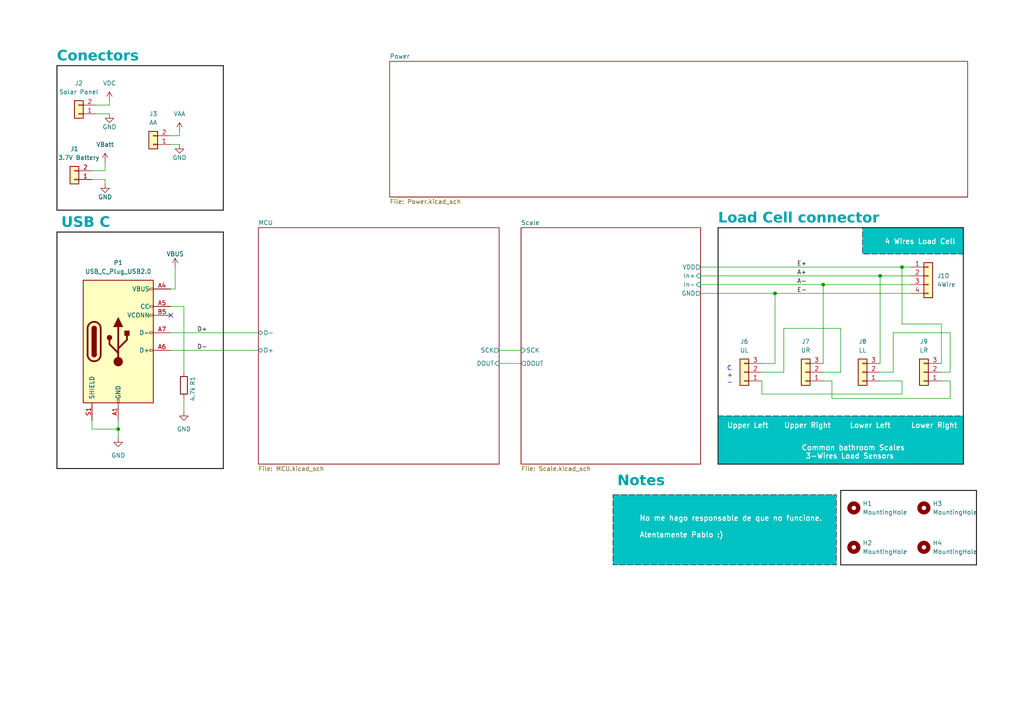
<source format=kicad_sch>
(kicad_sch (version 20230121) (generator eeschema)
  (paper "A4")
  (title_block (title "Gas Weigther") (date "2023-11-04") (rev "1"))
  (lib_symbols
    (symbol "Connector:USB_C_Plug_USB2.0" (pin_names (offset 1.016))
      (property "Reference" "P" (at -10.16 19.05 0))
      (property "Value" "USB_C_Plug_USB2.0" (at 12.7 19.05 0))
      (symbol "USB_C_Plug_USB2.0_0_0"
        (rectangle (start -0.254 -17.78) (end 0.254 -16.764))
        (rectangle (start 10.16 -2.286) (end 9.144 -2.794))
        (rectangle (start 10.16 2.794) (end 9.144 2.286))
        (rectangle (start 10.16 7.874) (end 9.144 7.366))
        (rectangle (start 10.16 10.414) (end 9.144 9.906))
        (rectangle (start 10.16 15.494) (end 9.144 14.986))
      )
      (symbol "USB_C_Plug_USB2.0_0_1"
        (rectangle (start -10.16 17.78) (end 10.16 -17.78) (stroke (width 0.254)) (fill (type background)))
        (arc (start -8.89 -3.81) (mid -6.985 -5.7067) (end -5.08 -3.81) (stroke (width 0.508)))
        (arc (start -7.62 -3.81) (mid -6.985 -4.4423) (end -6.35 -3.81) (stroke (width 0.254)))
        (arc (start -7.62 -3.81) (mid -6.985 -4.4423) (end -6.35 -3.81) (stroke (width 0.254)) (fill (type outline)))
        (rectangle (start -7.62 -3.81) (end -6.35 3.81) (stroke (width 0.254)) (fill (type outline)))
        (arc (start -6.35 3.81) (mid -6.985 4.4423) (end -7.62 3.81) (stroke (width 0.254)))
        (arc (start -6.35 3.81) (mid -6.985 4.4423) (end -7.62 3.81) (stroke (width 0.254)) (fill (type outline)))
        (arc (start -5.08 3.81) (mid -6.985 5.7067) (end -8.89 3.81) (stroke (width 0.508)))
        (circle (center -2.54 1.143) (radius 0.635) (stroke (width 0.254)) (fill (type outline)))
        (circle (center 0 -5.842) (radius 1.27) (fill (type outline)))
        (polyline (pts (xy -8.89 -3.81) (xy -8.89 3.81)) (stroke (width 0.508)))
        (polyline (pts (xy -5.08 3.81) (xy -5.08 -3.81)) (stroke (width 0.508)))
        (polyline (pts (xy 0 -5.842) (xy 0 4.318)) (stroke (width 0.508)))
        (polyline (pts (xy 0 -3.302) (xy -2.54 -0.762) (xy -2.54 0.508)) (stroke (width 0.508)))
        (polyline (pts (xy 0 -2.032) (xy 2.54 0.508) (xy 2.54 1.778)) (stroke (width 0.508)))
        (polyline (pts (xy -1.27 4.318) (xy 0 6.858) (xy 1.27 4.318) (xy -1.27 4.318)) (stroke (width 0.254)) (fill (type outline)))
        (rectangle (start 1.905 1.778) (end 3.175 3.048) (stroke (width 0.254)) (fill (type outline)))
      )
      (symbol "USB_C_Plug_USB2.0_1_1"
        (pin passive line (at 0 -22.86 90) (length 5.08) (name "GND") (number "A1"))
        (pin passive line (at 0 -22.86 90) (length 5.08) hide (name "GND") (number "A12"))
        (pin passive line (at 15.24 15.24 180) (length 5.08) (name "VBUS") (number "A4"))
        (pin bidirectional line (at 15.24 10.16 180) (length 5.08) (name "CC") (number "A5"))
        (pin bidirectional line (at 15.24 -2.54 180) (length 5.08) (name "D+") (number "A6"))
        (pin bidirectional line (at 15.24 2.54 180) (length 5.08) (name "D-") (number "A7"))
        (pin passive line (at 15.24 15.24 180) (length 5.08) hide (name "VBUS") (number "A9"))
        (pin passive line (at 0 -22.86 90) (length 5.08) hide (name "GND") (number "B1"))
        (pin passive line (at 0 -22.86 90) (length 5.08) hide (name "GND") (number "B12"))
        (pin passive line (at 15.24 15.24 180) (length 5.08) hide (name "VBUS") (number "B4"))
        (pin bidirectional line (at 15.24 7.62 180) (length 5.08) (name "VCONN") (number "B5"))
        (pin passive line (at 15.24 15.24 180) (length 5.08) hide (name "VBUS") (number "B9"))
        (pin passive line (at -7.62 -22.86 90) (length 5.08) (name "SHIELD") (number "S1"))
      )
    )
    (symbol "Connector_Generic:Conn_01x02" (pin_names (offset 1.016) hide)
      (property "Reference" "J" (at 0 2.54 0))
      (property "Value" "Conn_01x02" (at 0 -5.08 0))
      (symbol "Conn_01x02_1_1"
        (rectangle (start -1.27 -2.413) (end 0 -2.667) (stroke (width 0.1524)))
        (rectangle (start -1.27 0.127) (end 0 -0.127) (stroke (width 0.1524)))
        (rectangle (start -1.27 1.27) (end 1.27 -3.81) (stroke (width 0.254)) (fill (type background)))
        (pin passive line (at -5.08 0 0) (length 3.81) (name "Pin_1") (number "1"))
        (pin passive line (at -5.08 -2.54 0) (length 3.81) (name "Pin_2") (number "2"))
      )
    )
    (symbol "Connector_Generic:Conn_01x03" (pin_names (offset 1.016) hide)
      (property "Reference" "J" (at 0 5.08 0))
      (property "Value" "Conn_01x03" (at 0 -5.08 0))
      (symbol "Conn_01x03_1_1"
        (rectangle (start -1.27 -2.413) (end 0 -2.667) (stroke (width 0.1524)))
        (rectangle (start -1.27 0.127) (end 0 -0.127) (stroke (width 0.1524)))
        (rectangle (start -1.27 2.667) (end 0 2.413) (stroke (width 0.1524)))
        (rectangle (start -1.27 3.81) (end 1.27 -3.81) (stroke (width 0.254)) (fill (type background)))
        (pin passive line (at -5.08 2.54 0) (length 3.81) (name "Pin_1") (number "1"))
        (pin passive line (at -5.08 0 0) (length 3.81) (name "Pin_2") (number "2"))
        (pin passive line (at -5.08 -2.54 0) (length 3.81) (name "Pin_3") (number "3"))
      )
    )
    (symbol "Connector_Generic:Conn_01x04" (pin_names (offset 1.016) hide)
      (property "Reference" "J" (at 0 5.08 0))
      (property "Value" "Conn_01x04" (at 0 -7.62 0))
      (symbol "Conn_01x04_1_1"
        (rectangle (start -1.27 -4.953) (end 0 -5.207) (stroke (width 0.1524)))
        (rectangle (start -1.27 -2.413) (end 0 -2.667) (stroke (width 0.1524)))
        (rectangle (start -1.27 0.127) (end 0 -0.127) (stroke (width 0.1524)))
        (rectangle (start -1.27 2.667) (end 0 2.413) (stroke (width 0.1524)))
        (rectangle (start -1.27 3.81) (end 1.27 -6.35) (stroke (width 0.254)) (fill (type background)))
        (pin passive line (at -5.08 2.54 0) (length 3.81) (name "Pin_1") (number "1"))
        (pin passive line (at -5.08 0 0) (length 3.81) (name "Pin_2") (number "2"))
        (pin passive line (at -5.08 -2.54 0) (length 3.81) (name "Pin_3") (number "3"))
        (pin passive line (at -5.08 -5.08 0) (length 3.81) (name "Pin_4") (number "4"))
      )
    )
    (symbol "Device:R" (pin_numbers hide) (pin_names (offset 0))
      (property "Reference" "R" (at 2.032 0 90))
      (property "Value" "R" (at 0 0 90))
      (symbol "R_0_1"
        (rectangle (start -1.016 -2.54) (end 1.016 2.54) (stroke (width 0.254)))
      )
      (symbol "R_1_1"
        (pin passive line (at 0 3.81 270) (length 1.27) (name "~") (number "1"))
        (pin passive line (at 0 -3.81 90) (length 1.27) (name "~") (number "2"))
      )
    )
    (symbol "Mechanical:MountingHole" (pin_names (offset 1.016))
      (property "Reference" "H" (at 0 5.08 0))
      (property "Value" "MountingHole" (at 0 3.175 0))
      (symbol "MountingHole_0_1"
        (circle (center 0 0) (radius 1.27) (stroke (width 1.27)))
      )
    )
    (symbol "Power_Symbols:VBatt" (power) (pin_names (offset 0))
      (property "Value" "VBatt" (at 0 6.35 0))
      (symbol "VBatt_0_1"
        (polyline (pts (xy -0.762 1.27) (xy 0 2.54)))
        (polyline (pts (xy 0 0) (xy 0 2.54)))
        (polyline (pts (xy 0 2.54) (xy 0.762 1.27)))
      )
      (symbol "VBatt_1_1"
        (pin power_in line (at 0 0 90) (length 0) hide (name "VBatt") (number "1"))
      )
    )
    (symbol "power:GND" (power) (pin_names (offset 0))
      (property "Value" "GND" (at 0 -3.81 0))
      (symbol "GND_0_1"
        (polyline (pts (xy 0 0) (xy 0 -1.27) (xy 1.27 -1.27) (xy 0 -2.54) (xy -1.27 -1.27) (xy 0 -1.27)))
      )
      (symbol "GND_1_1"
        (pin power_in line (at 0 0 270) (length 0) hide (name "GND") (number "1"))
      )
    )
    (symbol "power:VAA" (power) (pin_names (offset 0))
      (property "Value" "VAA" (at 0 3.81 0))
      (symbol "VAA_0_1"
        (polyline (pts (xy -0.762 1.27) (xy 0 2.54)))
        (polyline (pts (xy 0 0) (xy 0 2.54)))
        (polyline (pts (xy 0 2.54) (xy 0.762 1.27)))
      )
      (symbol "VAA_1_1"
        (pin power_in line (at 0 0 90) (length 0) hide (name "VAA") (number "1"))
      )
    )
    (symbol "power:VBUS" (power) (pin_names (offset 0))
      (property "Value" "VBUS" (at 0 3.81 0))
      (symbol "VBUS_0_1"
        (polyline (pts (xy -0.762 1.27) (xy 0 2.54)))
        (polyline (pts (xy 0 0) (xy 0 2.54)))
        (polyline (pts (xy 0 2.54) (xy 0.762 1.27)))
      )
      (symbol "VBUS_1_1"
        (pin power_in line (at 0 0 90) (length 0) hide (name "VBUS") (number "1"))
      )
    )
    (symbol "power:VDC" (power) (pin_names (offset 0))
      (property "Value" "VDC" (at 0 6.35 0))
      (symbol "VDC_0_1"
        (polyline (pts (xy -0.762 1.27) (xy 0 2.54)))
        (polyline (pts (xy 0 0) (xy 0 2.54)))
        (polyline (pts (xy 0 2.54) (xy 0.762 1.27)))
      )
      (symbol "VDC_1_1"
        (pin power_in line (at 0 0 90) (length 0) hide (name "VDC") (number "1"))
      )
    )
  )
  (junction (at 224.79 85.09))
  (junction (at 261.62 77.47))
  (junction (at 34.29 124.46))
  (junction (at 255.27 80.01))
  (junction (at 238.76 82.55))
  (no_connect (at 49.53 91.44))
  (wire (pts (xy 261.62 114.3) (xy 261.62 110.49)))
  (polyline (pts (xy 16.51 67.31) (xy 64.77 67.31)) (stroke (width 0.25) (type solid) (color 0 0 0 1)))
  (polyline (pts (xy 208.28 66.04) (xy 279.4 66.04)) (stroke (width 0.25) (type solid) (color 0 0 0 1)))
  (wire (pts (xy 203.2 82.55) (xy 238.76 82.55)))
  (wire (pts (xy 26.67 52.07) (xy 30.48 52.07)))
  (wire (pts (xy 255.27 80.01) (xy 255.27 105.41)))
  (polyline (pts (xy 16.51 19.05) (xy 16.51 60.96)) (stroke (width 0.25) (type solid) (color 0 0 0 1)))
  (wire (pts (xy 241.3 115.57) (xy 275.59 115.57)))
  (wire (pts (xy 273.05 107.95) (xy 275.59 107.95)))
  (wire (pts (xy 275.59 115.57) (xy 275.59 110.49)))
  (wire (pts (xy 144.78 105.41) (xy 151.13 105.41)))
  (wire (pts (xy 275.59 107.95) (xy 275.59 96.52)))
  (wire (pts (xy 50.8 77.47) (xy 50.8 83.82)))
  (polyline (pts (xy 283.21 142.24) (xy 283.21 163.83)) (stroke (width 0.25) (type solid) (color 0 0 0 1)))
  (wire (pts (xy 261.62 110.49) (xy 255.27 110.49)))
  (wire (pts (xy 220.98 114.3) (xy 220.98 110.49)))
  (polyline (pts (xy 64.77 67.31) (xy 64.77 135.89)) (stroke (width 0.25) (type solid) (color 0 0 0 1)))
  (wire (pts (xy 255.27 80.01) (xy 264.16 80.01)))
  (wire (pts (xy 27.94 33.02) (xy 31.75 33.02)))
  (wire (pts (xy 255.27 107.95) (xy 259.08 107.95)))
  (wire (pts (xy 49.53 41.91) (xy 52.07 41.91)))
  (wire (pts (xy 53.34 88.9) (xy 53.34 107.95)))
  (wire (pts (xy 49.53 83.82) (xy 50.8 83.82)))
  (polyline (pts (xy 279.4 134.62) (xy 208.28 134.62)) (stroke (width 0.25) (type solid) (color 0 0 0 1)))
  (wire (pts (xy 261.62 77.47) (xy 264.16 77.47)))
  (polyline (pts (xy 243.84 163.83) (xy 283.21 163.83)) (stroke (width 0.25) (type solid) (color 0 0 0 1)))
  (polyline (pts (xy 243.84 142.24) (xy 283.21 142.24)) (stroke (width 0.25) (type solid) (color 0 0 0 1)))
  (polyline (pts (xy 64.77 135.89) (xy 16.51 135.89)) (stroke (width 0.25) (type solid) (color 0 0 0 1)))
  (wire (pts (xy 259.08 96.52) (xy 259.08 107.95)))
  (wire (pts (xy 203.2 77.47) (xy 261.62 77.47)))
  (wire (pts (xy 220.98 105.41) (xy 224.79 105.41)))
  (wire (pts (xy 275.59 110.49) (xy 273.05 110.49)))
  (wire (pts (xy 144.78 101.6) (xy 151.13 101.6)))
  (wire (pts (xy 238.76 82.55) (xy 264.16 82.55)))
  (wire (pts (xy 241.3 110.49) (xy 241.3 115.57)))
  (wire (pts (xy 224.79 85.09) (xy 224.79 105.41)))
  (wire (pts (xy 224.79 85.09) (xy 264.16 85.09)))
  (wire (pts (xy 31.75 29.21) (xy 31.75 30.48)))
  (wire (pts (xy 243.84 95.25) (xy 227.33 95.25)))
  (wire (pts (xy 52.07 38.1) (xy 52.07 39.37)))
  (wire (pts (xy 220.98 107.95) (xy 227.33 107.95)))
  (wire (pts (xy 273.05 105.41) (xy 273.05 93.98)))
  (wire (pts (xy 27.94 30.48) (xy 31.75 30.48)))
  (wire (pts (xy 220.98 114.3) (xy 261.62 114.3)))
  (wire (pts (xy 238.76 82.55) (xy 238.76 105.41)))
  (wire (pts (xy 34.29 124.46) (xy 34.29 127)))
  (polyline (pts (xy 64.77 19.05) (xy 64.77 60.96)) (stroke (width 0.25) (type solid) (color 0 0 0 1)))
  (wire (pts (xy 238.76 110.49) (xy 241.3 110.49)))
  (wire (pts (xy 203.2 85.09) (xy 224.79 85.09)))
  (wire (pts (xy 26.67 124.46) (xy 26.67 121.92)))
  (polyline (pts (xy 16.51 67.31) (xy 16.51 135.89)) (stroke (width 0.25) (type solid) (color 0 0 0 1)))
  (wire (pts (xy 203.2 80.01) (xy 255.27 80.01)))
  (wire (pts (xy 30.48 46.99) (xy 30.48 49.53)))
  (polyline (pts (xy 279.4 66.04) (xy 279.4 134.62)) (stroke (width 0.25) (type solid) (color 0 0 0 1)))
  (wire (pts (xy 243.84 107.95) (xy 243.84 95.25)))
  (wire (pts (xy 238.76 107.95) (xy 243.84 107.95)))
  (wire (pts (xy 49.53 96.52) (xy 74.93 96.52)))
  (wire (pts (xy 26.67 124.46) (xy 34.29 124.46)))
  (wire (pts (xy 275.59 96.52) (xy 259.08 96.52)))
  (wire (pts (xy 49.53 101.6) (xy 74.93 101.6)))
  (wire (pts (xy 273.05 93.98) (xy 261.62 93.98)))
  (wire (pts (xy 261.62 93.98) (xy 261.62 77.47)))
  (polyline (pts (xy 16.51 19.05) (xy 64.77 19.05)) (stroke (width 0.25) (type solid) (color 0 0 0 1)))
  (wire (pts (xy 34.29 121.92) (xy 34.29 124.46)))
  (wire (pts (xy 227.33 95.25) (xy 227.33 107.95)))
  (wire (pts (xy 30.48 49.53) (xy 26.67 49.53)))
  (polyline (pts (xy 64.77 60.96) (xy 16.51 60.96)) (stroke (width 0.25) (type solid) (color 0 0 0 1)))
  (polyline (pts (xy 208.28 66.04) (xy 208.28 134.62)) (stroke (width 0.25) (type solid) (color 0 0 0 1)))
  (wire (pts (xy 52.07 39.37) (xy 49.53 39.37)))
  (wire (pts (xy 30.48 53.34) (xy 30.48 52.07)))
  (wire (pts (xy 49.53 88.9) (xy 53.34 88.9)))
  (polyline (pts (xy 243.84 163.83) (xy 243.84 142.24)) (stroke (width 0.25) (type solid) (color 0 0 0 1)))
  (wire (pts (xy 53.34 115.57) (xy 53.34 119.38)))
  (rectangle (start 250.19 66.04) (end 279.4 73.66) (stroke (width 0) (type dash) (color 0 0 0 1)) (fill (type color) (color 0 194 194 1)))
  (rectangle (start 177.8 143.51) (end 242.57 163.83) (stroke (width 0) (type dash) (color 0 0 0 1)) (fill (type color) (color 0 194 194 1)))
  (rectangle (start 208.28 120.65) (end 279.4 134.62) (stroke (width 0) (type dash) (color 0 0 0 1)) (fill (type color) (color 0 194 194 1)))
  (text "Common bathroom Scales\n 3-Wires Load Sensors" (at 232.41 133.35 0) (effects (font (size 1.5 1.5) (thickness 0.2508) bold) (justify left bottom)))
  (text "Notes" (at 179.07 142.24 0) (effects (font (size 3 3) (thickness 0.6) bold) (justify left bottom)))
  (text "Upper Left" (at 210.82 124.46 0) (effects (font (size 1.5 1.5) (thickness 0.2508) bold) (justify left bottom)))
  (text "No me hago responsable de que no funcione.\n\nAtentamente Pablo :)" (at 185.42 156.21 0) (effects (font (size 1.5 1.5) (thickness 0.2508) bold) (justify left bottom)))
  (text "C\n+\n-" (at 210.82 111.76 0) (effects (font (size 1.27 1.27)) (justify left bottom)))
  (text "Load Cell connector" (at 208.28 66.04 0) (effects (font (size 3 3) (thickness 0.6) bold) (justify left bottom)))
  (text "Conectors\n" (at 16.51 19.05 0) (effects (font (size 3 3) (thickness 0.6) bold) (justify left bottom)))
  (text "USB C" (at 17.78 67.31 0) (effects (font (size 3 3) (thickness 0.6) bold) (justify left bottom)))
  (text "Lower Left" (at 246.38 124.46 0) (effects (font (size 1.5 1.5) (thickness 0.2508) bold) (justify left bottom)))
  (text "Upper Right" (at 227.33 124.46 0) (effects (font (size 1.5 1.5) (thickness 0.2508) bold) (justify left bottom)))
  (text "4 Wires Load Cell\n" (at 256.54 71.12 0) (effects (font (size 1.5 1.5) (thickness 0.2508) bold) (justify left bottom)))
  (text "Lower Right" (at 264.16 124.46 0) (effects (font (size 1.5 1.5) (thickness 0.2508) bold) (justify left bottom)))
  (label "D-" (at 57.15 101.6 0))
  (label "D+" (at 57.15 96.52 0))
  (label "A+" (at 231.14 80.01 0))
  (label "E+" (at 231.14 77.47 0))
  (label "E-" (at 231.14 85.09 0))
  (label "A-" (at 231.14 82.55 0))
  (symbol (lib_id "power:VAA") (at 52.07 38.1 0) (unit 1)
    (property "Reference" "#PWR042" (effects hide))
    (property "Value" "VAA" (at 52.07 33.02 0))
  )
  (symbol (lib_id "power:VBUS") (at 50.8 77.47 0) (unit 1)
    (property "Reference" "#PWR08" (effects hide))
    (property "Value" "VBUS" (at 50.8 73.66 0))
  )
  (symbol (lib_id "power:GND") (at 31.75 33.02 0) (unit 1)
    (property "Reference" "#PWR03" (effects hide))
    (property "Value" "GND" (at 31.75 36.83 0))
  )
  (symbol (lib_id "power:VDC") (at 31.75 29.21 0) (unit 1)
    (property "Reference" "#PWR013" (effects hide))
    (property "Value" "VDC" (at 31.75 24.13 0))
  )
  (symbol (lib_id "Connector:USB_C_Plug_USB2.0") (at 34.29 99.06 0) (unit 1)
    (property "Reference" "P1" (at 34.29 76.2 0))
    (property "Value" "USB_C_Plug_USB2.0" (at 34.29 78.74 0))
    (property "Footprint" "Library:USB C Molex" (effects hide))
    (property "Datasheet" "https://www.usb.org/sites/default/files/documents/usb_type-c.zip" (effects hide))
  )
  (symbol (lib_id "Mechanical:MountingHole") (at 247.65 158.75 0) (unit 1)
    (property "Reference" "H2" (at 250.19 157.4799 0) (effects (justify left)))
    (property "Value" "MountingHole" (at 250.19 160.0199 0) (effects (justify left)))
    (property "Footprint" "MountingHole:MountingHole_3.2mm_M3_ISO7380" (effects hide))
  )
  (symbol (lib_id "Connector_Generic:Conn_01x03") (at 250.19 107.95 180) (unit 1)
    (property "Reference" "J8" (at 250.19 99.06 0))
    (property "Value" "LL" (at 250.19 101.6 0))
    (property "Footprint" "Connector_JST:JST_PH_B3B-PH-K_1x03_P2.00mm_Vertical" (effects hide))
  )
  (symbol (lib_id "Mechanical:MountingHole") (at 247.65 147.32 0) (unit 1)
    (property "Reference" "H1" (at 250.19 146.0499 0) (effects (justify left)))
    (property "Value" "MountingHole" (at 250.19 148.5899 0) (effects (justify left)))
    (property "Footprint" "MountingHole:MountingHole_3.2mm_M3_ISO7380" (effects hide))
  )
  (symbol (lib_id "Mechanical:MountingHole") (at 267.97 147.32 0) (unit 1)
    (property "Reference" "H3" (at 270.51 146.0499 0) (effects (justify left)))
    (property "Value" "MountingHole" (at 270.51 148.5899 0) (effects (justify left)))
    (property "Footprint" "MountingHole:MountingHole_3.2mm_M3_ISO7380" (effects hide))
  )
  (symbol (lib_id "Connector_Generic:Conn_01x02") (at 21.59 52.07 180) (unit 1)
    (property "Reference" "J1" (at 21.59 43.18 0))
    (property "Value" "3.7V Battery" (at 22.86 45.72 0))
    (property "Footprint" "Connector_JST:JST_PH_B2B-PH-K_1x02_P2.00mm_Vertical" (effects hide))
  )
  (symbol (lib_id "Connector_Generic:Conn_01x02") (at 22.86 33.02 180) (unit 1)
    (property "Reference" "J2" (at 22.86 24.13 0))
    (property "Value" "Solar Panel" (at 22.86 26.67 0))
    (property "Footprint" "Connector_JST:JST_PH_B2B-PH-K_1x02_P2.00mm_Vertical" (effects hide))
  )
  (symbol (lib_id "Connector_Generic:Conn_01x02") (at 44.45 41.91 180) (unit 1)
    (property "Reference" "J3" (at 44.45 33.02 0))
    (property "Value" "AA" (at 44.45 35.56 0))
    (property "Footprint" "Connector_JST:JST_PH_B2B-PH-K_1x02_P2.00mm_Vertical" (effects hide))
  )
  (symbol (lib_id "power:GND") (at 30.48 53.34 0) (unit 1)
    (property "Reference" "#PWR012" (effects hide))
    (property "Value" "GND" (at 30.48 57.15 0))
  )
  (symbol (lib_id "Connector_Generic:Conn_01x03") (at 267.97 107.95 180) (unit 1)
    (property "Reference" "J9" (at 267.97 99.06 0))
    (property "Value" "LR" (at 267.97 101.6 0))
    (property "Footprint" "Connector_JST:JST_PH_B3B-PH-K_1x03_P2.00mm_Vertical" (effects hide))
  )
  (symbol (lib_id "power:GND") (at 52.07 41.91 0) (unit 1)
    (property "Reference" "#PWR031" (effects hide))
    (property "Value" "GND" (at 52.07 45.72 0))
  )
  (symbol (lib_id "power:GND") (at 53.34 119.38 0) (unit 1)
    (property "Reference" "#PWR09" (effects hide))
    (property "Value" "GND" (at 53.34 124.46 0))
  )
  (symbol (lib_id "Mechanical:MountingHole") (at 267.97 158.75 0) (unit 1)
    (property "Reference" "H4" (at 270.51 157.4799 0) (effects (justify left)))
    (property "Value" "MountingHole" (at 270.51 160.0199 0) (effects (justify left)))
    (property "Footprint" "MountingHole:MountingHole_3.2mm_M3_ISO7380" (effects hide))
  )
  (symbol (lib_id "Power_Symbols:VBatt") (at 30.48 46.99 0) (unit 1)
    (property "Reference" "#PWR024" (effects hide))
    (property "Value" "VBatt" (at 30.48 41.91 0))
  )
  (symbol (lib_id "Connector_Generic:Conn_01x03") (at 233.68 107.95 180) (unit 1)
    (property "Reference" "J7" (at 233.68 99.06 0))
    (property "Value" "UR" (at 233.68 101.6 0))
    (property "Footprint" "Connector_JST:JST_PH_B3B-PH-K_1x03_P2.00mm_Vertical" (effects hide))
  )
  (symbol (lib_id "Connector_Generic:Conn_01x03") (at 215.9 107.95 180) (unit 1)
    (property "Reference" "J6" (at 215.9 99.06 0))
    (property "Value" "UL" (at 215.9 101.6 0))
    (property "Footprint" "Connector_JST:JST_PH_B3B-PH-K_1x03_P2.00mm_Vertical" (effects hide))
  )
  (symbol (lib_id "power:GND") (at 34.29 127 0) (unit 1)
    (property "Reference" "#PWR01" (effects hide))
    (property "Value" "GND" (at 34.29 132.08 0))
  )
  (symbol (lib_id "Connector_Generic:Conn_01x04") (at 269.24 80.01 0) (unit 1)
    (property "Reference" "J10" (at 271.78 80.0099 0) (effects (justify left)))
    (property "Value" "4Wire" (at 271.78 82.5499 0) (effects (justify left)))
    (property "Footprint" "Connector_JST:JST_PH_B4B-PH-K_1x04_P2.00mm_Vertical" (effects hide))
  )
  (symbol (lib_id "Device:R") (at 53.34 111.76 0) (unit 1)
    (property "Reference" "R1" (at 55.88 110.49 90))
    (property "Value" "4.7k" (at 55.88 114.3 90))
    (property "Footprint" "Resistor_SMD:R_0805_2012Metric_Pad1.20x1.40mm_HandSolder" (effects hide))
  )
  (sheet (at 74.93 66.04) (size 69.85 68.58) (stroke (width 0.1524))
    (property "Sheetname" "MCU" (at 74.93 65.3284 0) (effects (justify left bottom)))
    (property "Sheetfile" "MCU.kicad_sch" (at 74.93 135.2046 0) (effects (justify left top)))
    (pin "D+" bidirectional (at 74.93 101.6 180))
    (pin "D-" bidirectional (at 74.93 96.52 180))
    (pin "SCK" output (at 144.78 101.6 0))
    (pin "DOUT" input (at 144.78 105.41 0))
  )
  (sheet (at 113.03 17.78) (size 167.64 39.37) (stroke (width 0.1524))
    (property "Sheetname" "Power" (at 113.03 17.0684 0) (effects (justify left bottom)))
    (property "Sheetfile" "Power.kicad_sch" (at 113.03 57.7346 0) (effects (justify left top)))
  )
  (sheet (at 151.13 66.04) (size 52.07 68.58) (stroke (width 0.1524))
    (property "Sheetname" "Scale" (at 151.13 65.3284 0) (effects (justify left bottom)))
    (property "Sheetfile" "Scale.kicad_sch" (at 151.13 135.2046 0) (effects (justify left top)))
    (pin "In-" input (at 203.2 82.55 0))
    (pin "In+" input (at 203.2 80.01 0))
    (pin "SCK" input (at 151.13 101.6 180))
    (pin "DOUT" output (at 151.13 105.41 180))
    (pin "VDD" output (at 203.2 77.47 0))
    (pin "GND" output (at 203.2 85.09 0))
  )
)
</source>
